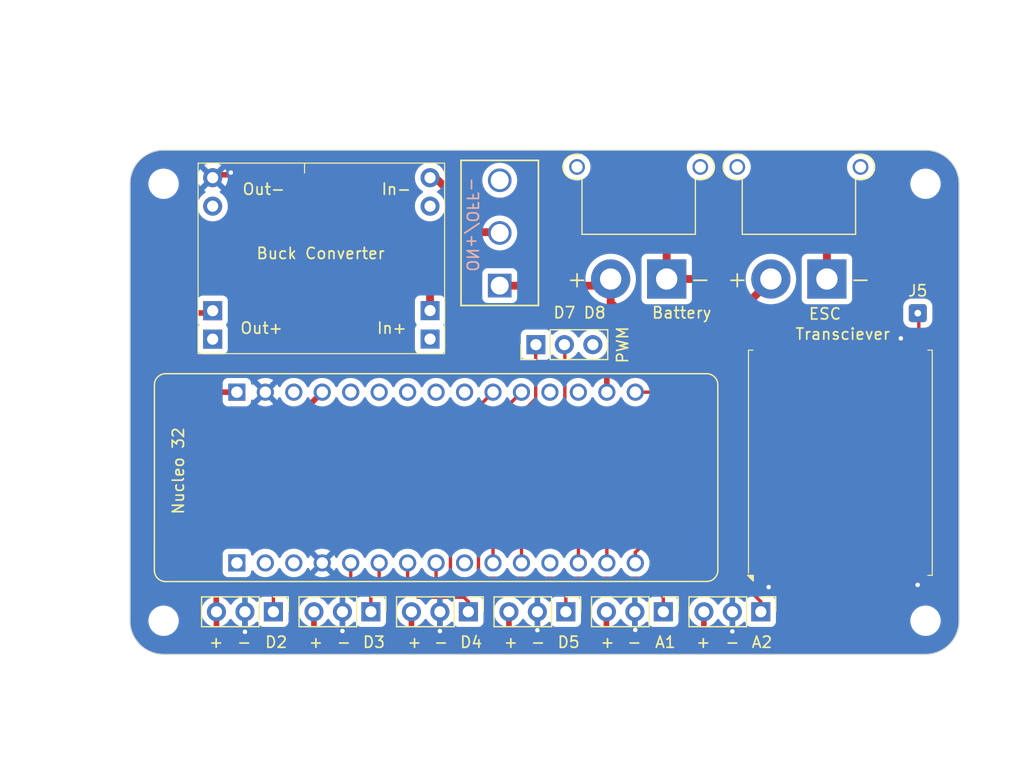
<source format=kicad_pcb>
(kicad_pcb (version 20240108) (generator "pcbnew") (generator_version "8.0")
  (layers (0 "F.Cu" jumper) (31 "B.Cu" power) (34 "B.Paste" user) (35 "F.Paste" user) (36 "B.SilkS" user "B.Silkscreen") (37 "F.SilkS" user "F.Silkscreen") (38 "B.Mask" user) (39 "F.Mask" user) (44 "Edge.Cuts" user))
  (net 0 "")
  (net 1 "/L_SENSOR")
  (net 2 "/LM_SENSOR")
  (net 3 "/RM_SENSOR")
  (net 4 "/R_SENSOR")
  (net 5 "/SPI_CS ")
  (net 6 "/SP1_MOSI")
  (net 7 "/SP1_MISO")
  (net 8 "+7V")
  (net 9 "+5V")
  (net 10 "/RIGHT_LINE")
  (net 11 "/LEFT_LINE")
  (net 12 "+3.3V")
  (net 13 "/SPI1_SCK")
  (net 24 "/STEERING")
  (net 25 "/THROTTLE")
  (net 36 "GNDS")
  (net 37 "-BATT")
  (net 38 "+BATT")
  (net 44 "Net-(J10-Pin_2)")
  (net 45 "/Antenna")
  (footprint "MountingHole:MountingHole_2.2mm_M2" (layer "F.Cu") (at 175 107)
    (property "Reference" "H4" (hide yes))
    (property "Value" "MountingHole")
    (pad "" np_thru_hole circle (at 0 0) (size 2.2 2.2) (drill 2.2) (layers "*.Cu" "*.Mask"))
  )
  (footprint "Connector_PinHeader_2.54mm:PinHeader_1x03_P2.54mm_Vertical" (layer "F.Cu") (at 160.3 106.2 -90)
    (property "Reference" "J8" (hide yes))
    (property "Value" "Pin headers")
    (fp_line (start -1.33 6.41) (end 1.33 6.41) (stroke (width 0.12)) (layer "F.SilkS"))
    (fp_line (start -1.33 1.27) (end -1.33 6.41) (stroke (width 0.12)) (layer "F.SilkS"))
    (fp_line (start -1.33 1.27) (end 1.33 1.27) (stroke (width 0.12)) (layer "F.SilkS"))
    (fp_line (start 1.33 1.27) (end 1.33 6.41) (stroke (width 0.12)) (layer "F.SilkS"))
    (fp_line (start -1.33 0) (end -1.33 -1.33) (stroke (width 0.12)) (layer "F.SilkS"))
    (fp_line (start -1.33 -1.33) (end 0 -1.33) (stroke (width 0.12)) (layer "F.SilkS"))
    (pad "1" thru_hole rect (at 0 0 270) (size 1.7 1.7) (drill 1) (layers "*.Cu" "*.Mask") (net 11 "/LEFT_LINE"))
    (pad "2" thru_hole oval (at 0 2.54 270) (size 1.7 1.7) (drill 1) (layers "*.Cu" "*.Mask") (net 36 "GNDS"))
    (pad "3" thru_hole oval (at 0 5.08 270) (size 1.7 1.7) (drill 1) (layers "*.Cu" "*.Mask") (net 9 "+5V"))
  )
  (footprint "Connector_PinHeader_2.54mm:PinHeader_1x03_P2.54mm_Vertical" (layer "F.Cu") (at 151.6 106.2 -90)
    (property "Reference" "J4" (hide yes))
    (property "Value" "Pin headers")
    (fp_line (start -1.33 6.41) (end 1.33 6.41) (stroke (width 0.12)) (layer "F.SilkS"))
    (fp_line (start -1.33 1.27) (end -1.33 6.41) (stroke (width 0.12)) (layer "F.SilkS"))
    (fp_line (start -1.33 1.27) (end 1.33 1.27) (stroke (width 0.12)) (layer "F.SilkS"))
    (fp_line (start 1.33 1.27) (end 1.33 6.41) (stroke (width 0.12)) (layer "F.SilkS"))
    (fp_line (start -1.33 0) (end -1.33 -1.33) (stroke (width 0.12)) (layer "F.SilkS"))
    (fp_line (start -1.33 -1.33) (end 0 -1.33) (stroke (width 0.12)) (layer "F.SilkS"))
    (pad "1" thru_hole rect (at 0 0 270) (size 1.7 1.7) (drill 1) (layers "*.Cu" "*.Mask") (net 10 "/RIGHT_LINE"))
    (pad "2" thru_hole oval (at 0 2.54 270) (size 1.7 1.7) (drill 1) (layers "*.Cu" "*.Mask") (net 36 "GNDS"))
    (pad "3" thru_hole oval (at 0 5.08 270) (size 1.7 1.7) (drill 1) (layers "*.Cu" "*.Mask") (net 9 "+5V"))
  )
  (footprint "Connector_PinHeader_2.54mm:PinHeader_1x03_P2.54mm_Vertical" (layer "F.Cu") (at 140.23 82.36 90)
    (property "Reference" "J6" (hide yes))
    (property "Value" "Pin headers")
    (fp_line (start -1.33 -1.33) (end 0 -1.33) (stroke (width 0.12)) (layer "F.SilkS"))
    (fp_line (start -1.33 0) (end -1.33 -1.33) (stroke (width 0.12)) (layer "F.SilkS"))
    (fp_line (start 1.33 1.27) (end 1.33 6.41) (stroke (width 0.12)) (layer "F.SilkS"))
    (fp_line (start -1.33 1.27) (end 1.33 1.27) (stroke (width 0.12)) (layer "F.SilkS"))
    (fp_line (start -1.33 1.27) (end -1.33 6.41) (stroke (width 0.12)) (layer "F.SilkS"))
    (fp_line (start -1.33 6.41) (end 1.33 6.41) (stroke (width 0.12)) (layer "F.SilkS"))
    (pad "1" thru_hole rect (at 0 0 90) (size 1.7 1.7) (drill 1) (layers "*.Cu" "*.Mask") (net 25 "/THROTTLE"))
    (pad "2" thru_hole oval (at 0 2.54 90) (size 1.7 1.7) (drill 1) (layers "*.Cu" "*.Mask") (net 24 "/STEERING"))
    (pad "3" thru_hole oval (at 0 5.08 90) (size 1.7 1.7) (drill 1) (layers "*.Cu" "*.Mask"))
  )
  (footprint "MountingHole:MountingHole_2.2mm_M2" (layer "F.Cu") (at 107 107)
    (property "Reference" "H3" (hide yes))
    (property "Value" "MountingHole")
    (pad "" np_thru_hole circle (at 0 0) (size 2.2 2.2) (drill 2.2) (layers "*.Cu" "*.Mask"))
  )
  (footprint "Connector_AMASS:AMASS_XT30PW-M_1x02_P2.50mm_Horizontal" (layer "F.Cu") (at 151.9 76.5)
    (property "Reference" "J10" (hide yes))
    (property "Value" "XT30 Connector ")
    (fp_line (start -8.15 -11.11) (end -7.56 -11.11) (stroke (width 0.12)) (layer "F.SilkS"))
    (fp_line (start -8.15 -8.89) (end -7.56 -8.89) (stroke (width 0.12)) (layer "F.SilkS"))
    (fp_line (start -7.56 -8.89) (end -7.56 -3.99) (stroke (width 0.12)) (layer "F.SilkS"))
    (fp_line (start -7.56 -3.99) (end 2.56 -3.99) (stroke (width 0.12)) (layer "F.SilkS"))
    (fp_line (start 2.56 -11.11) (end 3.15 -11.11) (stroke (width 0.12)) (layer "F.SilkS"))
    (fp_line (start 2.56 -8.89) (end 2.56 -3.99) (stroke (width 0.12)) (layer "F.SilkS"))
    (fp_line (start 2.56 -8.89) (end 3.15 -8.89) (stroke (width 0.12)) (layer "F.SilkS"))
    (fp_arc (start -8.15 -8.89) (mid -9.26 -10) (end -8.15 -11.11) (stroke (width 0.12)) (layer "F.SilkS"))
    (fp_arc (start 3.15 -11.11) (mid 4.26 -10) (end 3.15 -8.89) (stroke (width 0.12)) (layer "F.SilkS"))
    (fp_text user "+" (at -8 0 0) (layer "F.SilkS") (effects (font (size 1.5 1.5))))
    (fp_text user "-" (at 3 0 0) (layer "F.SilkS") (effects (font (size 1.5 1.5))))
    (pad "" thru_hole circle (at -8 -10) (size 1.4 1.4) (drill 1) (layers "*.Cu" "*.Mask"))
    (pad "" thru_hole circle (at 3 -10) (size 1.4 1.4) (drill 1) (layers "*.Cu" "*.Mask"))
    (pad "1" thru_hole rect (at 0 0) (size 3.5 3.5) (drill 1.9) (layers "*.Cu" "*.Mask") (net 37 "-BATT"))
    (pad "2" thru_hole circle (at -5 0) (size 3.5 3.5) (drill 1.9) (layers "*.Cu" "*.Mask") (net 44 "Net-(J10-Pin_2)"))
  )
  (footprint "Connector_AMASS:AMASS_XT30PW-M_1x02_P2.50mm_Horizontal" (layer "F.Cu") (at 166.2 76.5)
    (property "Reference" "J9" (hide yes))
    (property "Value" "XT30 Connector ")
    (fp_line (start -8.15 -11.11) (end -7.56 -11.11) (stroke (width 0.12)) (layer "F.SilkS"))
    (fp_line (start -8.15 -8.89) (end -7.56 -8.89) (stroke (width 0.12)) (layer "F.SilkS"))
    (fp_line (start -7.56 -8.89) (end -7.56 -3.99) (stroke (width 0.12)) (layer "F.SilkS"))
    (fp_line (start -7.56 -3.99) (end 2.56 -3.99) (stroke (width 0.12)) (layer "F.SilkS"))
    (fp_line (start 2.56 -11.11) (end 3.15 -11.11) (stroke (width 0.12)) (layer "F.SilkS"))
    (fp_line (start 2.56 -8.89) (end 2.56 -3.99) (stroke (width 0.12)) (layer "F.SilkS"))
    (fp_line (start 2.56 -8.89) (end 3.15 -8.89) (stroke (width 0.12)) (layer "F.SilkS"))
    (fp_arc (start -8.15 -8.89) (mid -9.26 -10) (end -8.15 -11.11) (stroke (width 0.12)) (layer "F.SilkS"))
    (fp_arc (start 3.15 -11.11) (mid 4.26 -10) (end 3.15 -8.89) (stroke (width 0.12)) (layer "F.SilkS"))
    (fp_text user "-" (at 3 0 0) (layer "F.SilkS") (effects (font (size 1.5 1.5))))
    (fp_text user "+" (at -8 0 0) (layer "F.SilkS") (effects (font (size 1.5 1.5))))
    (pad "" thru_hole circle (at -8 -10) (size 1.4 1.4) (drill 1) (layers "*.Cu" "*.Mask"))
    (pad "" thru_hole circle (at 3 -10) (size 1.4 1.4) (drill 1) (layers "*.Cu" "*.Mask"))
    (pad "1" thru_hole rect (at 0 0) (size 3.5 3.5) (drill 1.9) (layers "*.Cu" "*.Mask") (net 37 "-BATT"))
    (pad "2" thru_hole circle (at -5 0) (size 3.5 3.5) (drill 1.9) (layers "*.Cu" "*.Mask") (net 44 "Net-(J10-Pin_2)"))
  )
  (footprint "Connector_Wire:SolderWire-0.1sqmm_1x01_D0.4mm_OD1mm" (layer "F.Cu") (at 174.31 79.55)
    (property "Reference" "J5" (at 0 -2 0) (layer "F.SilkS"))
    (property "Value" "Antenna")
    (pad "1" thru_hole roundrect (at 0 0) (size 1.6 1.6) (drill 0.6) (layers "*.Cu" "*.Mask") (roundrect_rratio 0.15625) (net 45 "/Antenna"))
  )
  (footprint "RF_Module:HOPERF_RFM69HW" (layer "F.Cu") (at 167.4 92.9 90)
    (property "Reference" "U2" (hide yes))
    (property "Value" "RFM69HCW")
    (fp_line (start 10.05 -8.2) (end 10.05 -7.8) (stroke (width 0.1)) (layer "F.SilkS"))
    (fp_line (start -9.85 -8.2) (end 10.05 -8.2) (stroke (width 0.1)) (layer "F.SilkS"))
    (fp_line (start 10.05 7.8) (end 10.05 8.2) (stroke (width 0.1)) (layer "F.SilkS"))
    (fp_line (start -10.05 7.8) (end -10.05 8.2) (stroke (width 0.1)) (layer "F.SilkS"))
    (fp_line (start -10.05 8.2) (end 10.05 8.2) (stroke (width 0.1)) (layer "F.SilkS"))
    (fp_poly (pts (xy -10.05 -7.775) (xy -10.55 -7.775) (xy -10.05 -8.275) (xy -10.05 -7.775)) (stroke (width 0.12)) (fill solid) (layer "F.SilkS"))
    (pad "1" smd rect (at -9.1 -7 90) (size 2.5 1) (layers "F.Cu" "F.Paste" "F.Mask") (net 36 "GNDS"))
    (pad "2" smd rect (at -9.1 -5 90) (size 2.5 1) (layers "F.Cu" "F.Paste" "F.Mask") (net 7 "/SP1_MISO"))
    (pad "3" smd rect (at -9.1 -3 90) (size 2.5 1) (layers "F.Cu" "F.Paste" "F.Mask") (net 6 "/SP1_MOSI"))
    (pad "4" smd rect (at -9.1 -1 90) (size 2.5 1) (layers "F.Cu" "F.Paste" "F.Mask") (net 13 "/SPI1_SCK"))
    (pad "5" smd rect (at -9.1 1 90) (size 2.5 1) (layers "F.Cu" "F.Paste" "F.Mask") (net 5 "/SPI_CS "))
    (pad "6" smd rect (at -9.1 3 90) (size 2.5 1) (layers "F.Cu" "F.Paste" "F.Mask"))
    (pad "7" smd rect (at -9.1 5 90) (size 2.5 1) (layers "F.Cu" "F.Paste" "F.Mask"))
    (pad "8" smd rect (at -9.1 7 90) (size 2.5 1) (layers "F.Cu" "F.Paste" "F.Mask") (net 36 "GNDS"))
    (pad "9" smd rect (at 9.1 7 90) (size 2.5 1) (layers "F.Cu" "F.Paste" "F.Mask") (net 45 "/Antenna"))
    (pad "10" smd rect (at 9.1 5 90) (size 2.5 1) (layers "F.Cu" "F.Paste" "F.Mask") (net 36 "GNDS"))
    (pad "11" smd rect (at 9.1 3 90) (size 2.5 1) (layers "F.Cu" "F.Paste" "F.Mask"))
    (pad "12" smd rect (at 9.1 1 90) (size 2.5 1) (layers "F.Cu" "F.Paste" "F.Mask"))
    (pad "13" smd rect (at 9.1 -1 90) (size 2.5 1) (layers "F.Cu" "F.Paste" "F.Mask") (net 12 "+3.3V"))
    (pad "14" smd rect (at 9.1 -3 90) (size 2.5 1) (layers "F.Cu" "F.Paste" "F.Mask"))
    (pad "15" smd rect (at 9.1 -5 90) (size 2.5 1) (layers "F.Cu" "F.Paste" "F.Mask"))
    (pad "16" smd rect (at 9.1 -7 90) (size 2.5 1) (layers "F.Cu" "F.Paste" "F.Mask"))
  )
  (footprint "NUCLEO-F031K6:nucleo32" (layer "F.Cu") (at 131.32 94.22 90)
    (property "Reference" "A1" (hide yes))
    (property "Value" "nucleo32")
    (fp_line (start -8.28294 -25.14346) (end 8.26846 -25.14016) (stroke (width 0.127)) (layer "F.SilkS"))
    (fp_line (start 9.26846 -24.14016) (end 9.26846 24.14524) (stroke (width 0.127)) (layer "F.SilkS"))
    (fp_line (start -9.27354 24.14854) (end -9.28294 -24.14346) (stroke (width 0.127)) (layer "F.SilkS"))
    (fp_line (start 8.26846 25.14524) (end -8.27354 25.14854) (stroke (width 0.127)) (layer "F.SilkS"))
    (fp_arc (start 8.26846 -25.14016) (mid 8.975567 -24.847267) (end 9.26846 -24.14016) (stroke (width 0.127)) (layer "F.SilkS"))
    (fp_arc (start -9.28294 -24.14346) (mid -8.990047 -24.850567) (end -8.28294 -25.14346) (stroke (width 0.127)) (layer "F.SilkS"))
    (fp_arc (start 9.26846 24.14524) (mid 8.975567 24.852347) (end 8.26846 25.14524) (stroke (width 0.127)) (layer "F.SilkS"))
    (fp_arc (start -8.27354 25.14854) (mid -8.980647 24.855647) (end -9.27354 24.14854) (stroke (width 0.127)) (layer "F.SilkS"))
    (pad "3.1" thru_hole rect (at -7.62 -17.78 90) (size 1.53 1.53) (drill 1.02) (layers "*.Cu" "*.Mask"))
    (pad "3.2" thru_hole circle (at -7.62 -15.24 90) (size 1.53 1.53) (drill 1.02) (layers "*.Cu" "*.Mask"))
    (pad "3.3" thru_hole circle (at -7.62 -12.7 90) (size 1.53 1.53) (drill 1.02) (layers "*.Cu" "*.Mask"))
    (pad "3.4" thru_hole circle (at -7.62 -10.16 90) (size 1.53 1.53) (drill 1.02) (layers "*.Cu" "*.Mask") (net 36 "GNDS"))
    (pad "3.5" thru_hole circle (at -7.62 -7.62 90) (size 1.53 1.53) (drill 1.02) (layers "*.Cu" "*.Mask") (net 4 "/R_SENSOR"))
    (pad "3.6" thru_hole circle (at -7.62 -5.08 90) (size 1.53 1.53) (drill 1.02) (layers "*.Cu" "*.Mask") (net 3 "/RM_SENSOR"))
    (pad "3.7" thru_hole circle (at -7.62 -2.54 90) (size 1.53 1.53) (drill 1.02) (layers "*.Cu" "*.Mask") (net 2 "/LM_SENSOR"))
    (pad "3.8" thru_hole circle (at -7.62 0 90) (size 1.53 1.53) (drill 1.02) (layers "*.Cu" "*.Mask") (net 1 "/L_SENSOR"))
    (pad "3.9" thru_hole circle (at -7.62 2.54 90) (size 1.53 1.53) (drill 1.02) (layers "*.Cu" "*.Mask"))
    (pad "3.10" thru_hole circle (at -7.62 5.08 90) (size 1.53 1.53) (drill 1.02) (layers "*.Cu" "*.Mask") (net 25 "/THROTTLE"))
    (pad "3.11" thru_hole circle (at -7.62 7.62 90) (size 1.53 1.53) (drill 1.02) (layers "*.Cu" "*.Mask") (net 24 "/STEERING"))
    (pad "3.12" thru_hole circle (at -7.62 10.16 90) (size 1.53 1.53) (drill 1.02) (layers "*.Cu" "*.Mask"))
    (pad "3.13" thru_hole circle (at -7.62 12.7 90) (size 1.53 1.53) (drill 1.02) (layers "*.Cu" "*.Mask") (net 5 "/SPI_CS "))
    (pad "3.14" thru_hole circle (at -7.62 15.24 90) (size 1.53 1.53) (drill 1.02) (layers "*.Cu" "*.Mask") (net 6 "/SP1_MOSI"))
    (pad "3.15" thru_hole circle (at -7.62 17.78 90) (size 1.53 1.53) (drill 1.02) (layers "*.Cu" "*.Mask") (net 7 "/SP1_MISO"))
    (pad "4.1" thru_hole rect (at 7.62 -17.78 90) (size 1.53 1.53) (drill 1.02) (layers "*.Cu" "*.Mask") (net 8 "+7V"))
    (pad "4.2" thru_hole circle (at 7.62 -15.24 90) (size 1.53 1.53) (drill 1.02) (layers "*.Cu" "*.Mask") (net 36 "GNDS"))
    (pad "4.3" thru_hole circle (at 7.62 -12.7 90) (size 1.53 1.53) (drill 1.02) (layers "*.Cu" "*.Mask"))
    (pad "4.4" thru_hole circle (at 7.62 -10.16 90) (size 1.53 1.53) (drill 1.02) (layers "*.Cu" "*.Mask") (net 9 "+5V"))
    (pad "4.5" thru_hole circle (at 7.62 -7.62 90) (size 1.53 1.53) (drill 1.02) (layers "*.Cu" "*.Mask"))
    (pad "4.6" thru_hole circle (at 7.62 -5.08 90) (size 1.53 1.53) (drill 1.02) (layers "*.Cu" "*.Mask"))
    (pad "4.7" thru_hole circle (at 7.62 -2.54 90) (size 1.53 1.53) (drill 1.02) (layers "*.Cu" "*.Mask"))
    (pad "4.8" thru_hole circle (at 7.62 0 90) (size 1.53 1.53) (drill 1.02) (layers "*.Cu" "*.Mask"))
    (pad "4.9" thru_hole circle (at 7.62 2.54 90) (size 1.53 1.53) (drill 1.02) (layers "*.Cu" "*.Mask"))
    (pad "4.10" thru_hole circle (at 7.62 5.08 90) (size 1.53 1.53) (drill 1.02) (layers "*.Cu" "*.Mask") (net 10 "/RIGHT_LINE"))
    (pad "4.11" thru_hole circle (at 7.62 7.62 90) (size 1.53 1.53) (drill 1.02) (layers "*.Cu" "*.Mask") (net 11 "/LEFT_LINE"))
    (pad "4.12" thru_hole circle (at 7.62 10.16 90) (size 1.53 1.53) (drill 1.02) (layers "*.Cu" "*.Mask"))
    (pad "4.13" thru_hole circle (at 7.62 12.7 90) (size 1.53 1.53) (drill 1.02) (layers "*.Cu" "*.Mask"))
    (pad "4.14" thru_hole circle (at 7.62 15.24 90) (size 1.53 1.53) (drill 1.02) (layers "*.Cu" "*.Mask") (net 12 "+3.3V"))
    (pad "4.15" thru_hole circle (at 7.62 17.78 90) (size 1.53 1.53) (drill 1.02) (layers "*.Cu" "*.Mask") (net 13 "/SPI1_SCK"))
  )
  (footprint "MountingHole:MountingHole_2.2mm_M2" (layer "F.Cu") (at 175 68)
    (property "Reference" "H2" (hide yes))
    (property "Value" "MountingHole")
    (pad "" np_thru_hole circle (at 0 0) (size 2.2 2.2) (drill 2.2) (layers "*.Cu" "*.Mask"))
  )
  (footprint "Connector_PinHeader_2.54mm:PinHeader_1x03_P2.54mm_Vertical" (layer "F.Cu") (at 116.8 106.2 -90)
    (property "Reference" "J7" (hide yes))
    (property "Value" "Pin headers")
    (fp_line (start -1.33 6.41) (end 1.33 6.41) (stroke (width 0.12)) (layer "F.SilkS"))
    (fp_line (start -1.33 1.27) (end -1.33 6.41) (stroke (width 0.12)) (layer "F.SilkS"))
    (fp_line (start -1.33 1.27) (end 1.33 1.27) (stroke (width 0.12)) (layer "F.SilkS"))
    (fp_line (start 1.33 1.27) (end 1.33 6.41) (stroke (width 0.12)) (layer "F.SilkS"))
    (fp_line (start -1.33 0) (end -1.33 -1.33) (stroke (width 0.12)) (layer "F.SilkS"))
    (fp_line (start -1.33 -1.33) (end 0 -1.33) (stroke (width 0.12)) (layer "F.SilkS"))
    (pad "1" thru_hole rect (at 0 0 270) (size 1.7 1.7) (drill 1) (layers "*.Cu" "*.Mask") (net 4 "/R_SENSOR"))
    (pad "2" thru_hole oval (at 0 2.54 270) (size 1.7 1.7) (drill 1) (layers "*.Cu" "*.Mask") (net 36 "GNDS"))
    (pad "3" thru_hole oval (at 0 5.08 270) (size 1.7 1.7) (drill 1) (layers "*.Cu" "*.Mask") (net 9 "+5V"))
  )
  (footprint "Connector_PinHeader_2.54mm:PinHeader_1x03_P2.54mm_Vertical" (layer "F.Cu") (at 134.2 106.2 -90)
    (property "Reference" "J3" (hide yes))
    (property "Value" "Pin headers")
    (fp_line (start -1.33 6.41) (end 1.33 6.41) (stroke (width 0.12)) (layer "F.SilkS"))
    (fp_line (start -1.33 1.27) (end -1.33 6.41) (stroke (width 0.12)) (layer "F.SilkS"))
    (fp_line (start -1.33 1.27) (end 1.33 1.27) (stroke (width 0.12)) (layer "F.SilkS"))
    (fp_line (start 1.33 1.27) (end 1.33 6.41) (stroke (width 0.12)) (layer "F.SilkS"))
    (fp_line (start -1.33 0) (end -1.33 -1.33) (stroke (width 0.12)) (layer "F.SilkS"))
    (fp_line (start -1.33 -1.33) (end 0 -1.33) (stroke (width 0.12)) (layer "F.SilkS"))
    (pad "1" thru_hole rect (at 0 0 270) (size 1.7 1.7) (drill 1) (layers "*.Cu" "*.Mask") (net 2 "/LM_SENSOR"))
    (pad "2" thru_hole oval (at 0 2.54 270) (size 1.7 1.7) (drill 1) (layers "*.Cu" "*.Mask") (net 36 "GNDS"))
    (pad "3" thru_hole oval (at 0 5.08 270) (size 1.7 1.7) (drill 1) (layers "*.Cu" "*.Mask") (net 9 "+5V"))
  )
  (footprint "MountingHole:MountingHole_2.2mm_M2" (layer "F.Cu") (at 107 68)
    (property "Reference" "H1" (hide yes))
    (property "Value" "MountingHole")
    (pad "" np_thru_hole circle (at 0 0) (size 2.2 2.2) (drill 2.2) (layers "*.Cu" "*.Mask"))
  )
  (footprint "GH36P010001:GH36P010001_APM" (layer "F.Cu") (at 137 77.090001 180)
    (property "Reference" "SW2" (hide yes))
    (property "Value" "SW_SPST")
    (fp_line (start 3.4544 11.177001) (end 3.4544 -1.776999) (stroke (width 0.1524)) (layer "F.SilkS"))
    (fp_line (start 3.4544 -1.776999) (end -3.4544 -1.776999) (stroke (width 0.1524)) (layer "F.SilkS"))
    (fp_line (start -3.4544 11.177001) (end 3.4544 11.177001) (stroke (width 0.1524)) (layer "F.SilkS"))
    (fp_line (start -3.4544 -1.776999) (end -3.4544 11.177001) (stroke (width 0.1524)) (layer "F.SilkS"))
    (pad "1" thru_hole rect (at 0 0 180) (size 2.1082 2.1082) (drill 1.6002) (layers "*.Cu" "*.Mask") (net 44 "Net-(J10-Pin_2)"))
    (pad "2" thru_hole circle (at 0 4.700001 180) (size 2.1082 2.1082) (drill 1.6002) (layers "*.Cu" "*.Mask") (net 38 "+BATT"))
    (pad "3" thru_hole circle (at 0 9.400001 180) (size 2.1082 2.1082) (drill 1.6002) (layers "*.Cu" "*.Mask"))
  )
  (footprint "Buck Converter:Buck Converter" (layer "F.Cu") (at 120.56 70.47)
    (property "Reference" "U1" (hide yes))
    (property "Value" "Buck Converter")
    (fp_rect (start -10.48 -4.31) (end 11.52 12.69) (stroke (width 0.1)) (fill none) (layer "F.SilkS"))
    (fp_rect (start -0.98 -4.31) (end -0.98 -3.435) (stroke (width 0.1)) (fill none) (layer "F.SilkS"))
    (fp_text user "In+" (at 5.4 11 0) (layer "F.SilkS") (effects (justify left bottom)))
    (fp_text user "Out+" (at -6.8 11 0) (layer "F.SilkS") (effects (justify left bottom)))
    (fp_text user "In-" (at 5.8 -1.4 0) (layer "F.SilkS") (effects (justify left bottom)))
    (fp_text user "Out-" (at -6.6 -1.4 0) (layer "F.SilkS") (effects (justify left bottom)))
    (pad "1" thru_hole circle (at -9.18 -0.47) (size 1.7 1.7) (drill 1) (layers "*.Cu" "*.Mask" "B.Paste"))
    (pad "2" thru_hole circle (at -9.18 -3.01) (size 1.7 1.7) (drill 1) (layers "*.Cu" "*.Mask" "B.Paste") (net 36 "GNDS"))
    (pad "3" thru_hole rect (at -9.18 11.4) (size 1.7 1.7) (drill 1) (layers "*.Cu" "*.Mask"))
    (pad "4" thru_hole rect (at -9.18 8.86) (size 1.7 1.7) (drill 1) (layers "*.Cu" "*.Mask") (net 8 "+7V"))
    (pad "5" thru_hole circle (at 10.22 -0.47) (size 1.7 1.7) (drill 1) (layers "*.Cu" "*.Mask" "B.Paste"))
    (pad "6" thru_hole circle (at 10.22 -3.01) (size 1.7 1.7) (drill 1) (layers "*.Cu" "*.Mask" "B.Paste") (net 37 "-BATT"))
    (pad "7" thru_hole rect (at 10.22 11.39) (size 1.7 1.7) (drill 1) (layers "*.Cu" "*.Mask"))
    (pad "8" thru_hole rect (at 10.22 8.85) (size 1.7 1.7) (drill 1) (layers "*.Cu" "*.Mask") (net 38 "+BATT"))
  )
  (footprint "Connector_PinHeader_2.54mm:PinHeader_1x03_P2.54mm_Vertical" (layer "F.Cu") (at 125.5 106.2 -90)
    (property "Reference" "J1" (hide yes))
    (property "Value" "Pin headers")
    (fp_line (start -1.33 6.41) (end 1.33 6.41) (stroke (width 0.12)) (layer "F.SilkS"))
    (fp_line (start -1.33 1.27) (end -1.33 6.41) (stroke (width 0.12)) (layer "F.SilkS"))
    (fp_line (start -1.33 1.27) (end 1.33 1.27) (stroke (width 0.12)) (layer "F.SilkS"))
    (fp_line (start 1.33 1.27) (end 1.33 6.41) (stroke (width 0.12)) (layer "F.SilkS"))
    (fp_line (start -1.33 0) (end -1.33 -1.33) (stroke (width 0.12)) (layer "F.SilkS"))
    (fp_line (start -1.33 -1.33) (end 0 -1.33) (stroke (width 0.12)) (layer "F.SilkS"))
    (pad "1" thru_hole rect (at 0 0 270) (size 1.7 1.7) (drill 1) (layers "*.Cu" "*.Mask") (net 3 "/RM_SENSOR"))
    (pad "2" thru_hole oval (at 0 2.54 270) (size 1.7 1.7) (drill 1) (layers "*.Cu" "*.Mask") (net 36 "GNDS"))
    (pad "3" thru_hole oval (at 0 5.08 270) (size 1.7 1.7) (drill 1) (layers "*.Cu" "*.Mask") (net 9 "+5V"))
  )
  (footprint "Connector_PinHeader_2.54mm:PinHeader_1x03_P2.54mm_Vertical" (layer "F.Cu") (at 142.9 106.2 -90)
    (property "Reference" "J2" (hide yes))
    (property "Value" "Pin headers")
    (fp_line (start -1.33 6.41) (end 1.33 6.41) (stroke (width 0.12)) (layer "F.SilkS"))
    (fp_line (start -1.33 1.27) (end -1.33 6.41) (stroke (width 0.12)) (layer "F.SilkS"))
    (fp_line (start -1.33 1.27) (end 1.33 1.27) (stroke (width 0.12)) (layer "F.SilkS"))
    (fp_line (start 1.33 1.27) (end 1.33 6.41) (stroke (width 0.12)) (layer "F.SilkS"))
    (fp_line (start -1.33 0) (end -1.33 -1.33) (stroke (width 0.12)) (layer "F.SilkS"))
    (fp_line (start -1.33 -1.33) (end 0 -1.33) (stroke (width 0.12)) (layer "F.SilkS"))
    (pad "1" thru_hole rect (at 0 0 270) (size 1.7 1.7) (drill 1) (layers "*.Cu" "*.Mask") (net 1 "/L_SENSOR"))
    (pad "2" thru_hole oval (at 0 2.54 270) (size 1.7 1.7) (drill 1) (layers "*.Cu" "*.Mask") (net 36 "GNDS"))
    (pad "3" thru_hole oval (at 0 5.08 270) (size 1.7 1.7) (drill 1) (layers "*.Cu" "*.Mask") (net 9 "+5V"))
  )
  (gr_arc (start 107 110) (mid 104.87868 109.12132) (end 104 107) (stroke (width 0.1)) (layer "Edge.Cuts"))
  (gr_line (start 178 68) (end 178 107) (stroke (width 0.1)) (layer "Edge.Cuts"))
  (gr_arc (start 178 107) (mid 177.12132 109.12132) (end 175 110) (stroke (width 0.1)) (layer "Edge.Cuts"))
  (gr_arc (start 175 65) (mid 177.12132 65.87868) (end 178 68) (stroke (width 0.1)) (layer "Edge.Cuts"))
  (gr_arc (start 104 68) (mid 104.87868 65.87868) (end 107 65) (stroke (width 0.1)) (layer "Edge.Cuts"))
  (gr_line (start 175 110) (end 107 110) (stroke (width 0.1)) (layer "Edge.Cuts"))
  (gr_line (start 107 65) (end 175 65) (stroke (width 0.1)) (layer "Edge.Cuts"))
  (gr_line (start 104 107) (end 104 68) (stroke (width 0.1)) (layer "Edge.Cuts"))
  (gr_text "ON+/OFF-\n" (at 133.97 75.93 270) (layer "B.SilkS") (effects (font (size 1 1)) (justify left bottom mirror)))
  (gr_text "D3" (at 124.7 109.5 0) (layer "F.SilkS") (effects (font (size 1 1)) (justify left bottom)))
  (gr_text "-" (at 139.7 109.5 0) (layer "F.SilkS") (effects (font (size 1 1)) (justify left bottom)))
  (gr_text "+\n" (at 154.45 109.5 0) (layer "F.SilkS") (effects (font (size 1 1)) (justify left bottom)))
  (gr_text "A1" (at 150.775 109.5 0) (layer "F.SilkS") (effects (font (size 1 1)) (justify left bottom)))
  (gr_text "Battery\n" (at 150.5 80.1 0) (layer "F.SilkS") (effects (font (size 1 1)) (justify left bottom)))
  (gr_text "PWM\n" (at 148.55 84.12 90) (layer "F.SilkS") (effects (font (size 1 1)) (justify left bottom)))
  (gr_text "-" (at 131.05 109.5 0) (layer "F.SilkS") (effects (font (size 1 1)) (justify left bottom)))
  (gr_text "+\n" (at 110.975 109.5 0) (layer "F.SilkS") (effects (font (size 1 1)) (justify left bottom)))
  (gr_text "Buck Converter\n" (at 115.2 74.8 0) (layer "F.SilkS") (effects (font (size 1 1)) (justify left bottom)))
  (gr_text "D2" (at 115.975 109.5 0) (layer "F.SilkS") (effects (font (size 1 1)) (justify left bottom)))
  (gr_text "+\n" (at 137.275 109.5 0) (layer "F.SilkS") (effects (font (size 1 1)) (justify left bottom)))
  (gr_text "D7\n\n" (at 141.7 81.7 0) (layer "F.SilkS") (effects (font (size 1 1)) (justify left bottom)))
  (gr_text "-" (at 148.3 109.5 0) (layer "F.SilkS") (effects (font (size 1 1)) (justify left bottom)))
  (gr_text "-" (at 113.475 109.5 0) (layer "F.SilkS") (effects (font (size 1 1)) (justify left bottom)))
  (gr_text "+\n" (at 145.9 109.5 0) (layer "F.SilkS") (effects (font (size 1 1)) (justify left bottom)))
  (gr_text "-" (at 122.375 109.5 0) (layer "F.SilkS") (effects (font (size 1 1)) (justify left bottom)))
  (gr_text "A2\n" (at 159.4 109.5 0) (layer "F.SilkS") (effects (font (size 1 1)) (justify left bottom)))
  (gr_text "ESC" (at 164.5 80.2 0) (layer "F.SilkS") (effects (font (size 1 1)) (justify left bottom)))
  (gr_text "D8\n" (at 144.4 80.1 0) (layer "F.SilkS") (effects (font (size 1 1)) (justify left bottom)))
  (gr_text "Transciever\n" (at 163.3 82 0) (layer "F.SilkS") (effects (font (size 1 1)) (justify left bottom)))
  (gr_text "+\n" (at 128.675 109.5 0) (layer "F.SilkS") (effects (font (size 1 1)) (justify left bottom)))
  (gr_text "-" (at 157.05 109.5 0) (layer "F.SilkS") (effects (font (size 1 1)) (justify left bottom)))
  (gr_text "D4" (at 133.375 109.5 0) (layer "F.SilkS") (effects (font (size 1 1)) (justify left bottom)))
  (gr_text "+\n" (at 119.875 109.5 0) (layer "F.SilkS") (effects (font (size 1 1)) (justify left bottom)))
  (gr_text "Nucleo 32" (at 108.9 97.6 90) (layer "F.SilkS") (effects (font (size 1 1)) (justify left bottom)))
  (gr_text "D5" (at 142.075 109.5 0) (layer "F.SilkS") (effects (font (size 1 1)) (justify left bottom)))
  (segment (start 131.32 101.84) (end 131.32 103.32) (width 0.3) (layer "F.Cu") (net 1))
  (segment (start 132.25 104.25) (end 132.35 104.35) (width 0.3) (layer "F.Cu") (net 1))
  (segment (start 142.55 104.35) (end 142.9 104.7) (width 0.3) (layer "F.Cu") (net 1))
  (segment (start 132.35 104.35) (end 142.55 104.35) (width 0.3) (layer "F.Cu") (net 1))
  (segment (start 142.9 104.7) (end 142.9 106.2) (width 0.3) (layer "F.Cu") (net 1))
  (segment (start 131.32 103.32) (end 132.25 104.25) (width 0.3) (layer "F.Cu") (net 1))
  (segment (start 132.25 104.25) (end 132.3 104.3) (width 0.3) (layer "F.Cu") (net 1))
  (segment (start 128.78 101.84) (end 128.78 103.98) (width 0.3) (layer "F.Cu") (net 2))
  (segment (start 128.78 103.98) (end 129.7 104.9) (width 0.3) (layer "F.Cu") (net 2))
  (segment (start 133.8 104.9) (end 134.2 105.3) (width 0.3) (layer "F.Cu") (net 2))
  (segment (start 134.2 105.3) (end 134.2 106.2) (width 0.3) (layer "F.Cu") (net 2))
  (segment (start 129.7 104.9) (end 133.8 104.9) (width 0.3) (layer "F.Cu") (net 2))
  (segment (start 126.24 104.16) (end 125.5 104.9) (width 0.3) (layer "F.Cu") (net 3))
  (segment (start 126.24 101.84) (end 126.24 104.16) (width 0.3) (layer "F.Cu") (net 3))
  (segment (start 125.5 104.9) (end 125.5 106.2) (width 0.3) (layer "F.Cu") (net 3))
  (segment (start 117.3 104.1) (end 116.8 104.6) (width 0.3) (layer "F.Cu") (net 4))
  (segment (start 123.7 101.84) (end 123.7 103.6) (width 0.3) (layer "F.Cu") (net 4))
  (segment (start 116.8 104.6) (end 116.8 106.2) (width 0.3) (layer "F.Cu") (net 4))
  (segment (start 123.2 104.1) (end 117.3 104.1) (width 0.3) (layer "F.Cu") (net 4))
  (segment (start 123.7 103.6) (end 123.2 104.1) (width 0.3) (layer "F.Cu") (net 4))
  (segment (start 168.4 104.175) (end 167.775 104.8) (width 0.3) (layer "F.Cu") (net 5))
  (segment (start 162.95 98.1) (end 145.7 98.1) (width 0.3) (layer "F.Cu") (net 5))
  (segment (start 167.775 104.8) (end 166.2 104.8) (width 0.3) (layer "F.Cu") (net 5))
  (segment (start 165.4 100.55) (end 162.95 98.1) (width 0.3) (layer "F.Cu") (net 5))
  (segment (start 165.4 104) (end 165.4 100.55) (width 0.3) (layer "F.Cu") (net 5))
  (segment (start 144.02 99.78) (end 144.02 101.84) (width 0.3) (layer "F.Cu") (net 5))
  (segment (start 168.4 102) (end 168.4 104.175) (width 0.3) (layer "F.Cu") (net 5))
  (segment (start 145.7 98.1) (end 144.02 99.78) (width 0.3) (layer "F.Cu") (net 5))
  (segment (start 166.2 104.8) (end 165.4 104) (width 0.3) (layer "F.Cu") (net 5))
  (segment (start 162.55 99.4) (end 147.3 99.4) (width 0.3) (layer "F.Cu") (net 6))
  (segment (start 146.56 100.14) (end 146.56 101.84) (width 0.3) (layer "F.Cu") (net 6))
  (segment (start 147.3 99.4) (end 146.56 100.14) (width 0.3) (layer "F.Cu") (net 6))
  (segment (start 164.4 102) (end 164.4 101.25) (width 0.3) (layer "F.Cu") (net 6))
  (segment (start 164.4 101.25) (end 162.55 99.4) (width 0.3) (layer "F.Cu") (net 6))
  (segment (start 149.1 100.9) (end 149.1 101.84) (width 0.3) (layer "F.Cu") (net 7))
  (segment (start 162.4 101.25) (end 161.55 100.4) (width 0.3) (layer "F.Cu") (net 7))
  (segment (start 149.6 100.4) (end 149.1 100.9) (width 0.3) (layer "F.Cu") (net 7))
  (segment (start 162.4 102) (end 162.4 101.25) (width 0.3) (layer "F.Cu") (net 7))
  (segment (start 161.55 100.4) (end 149.6 100.4) (width 0.3) (layer "F.Cu") (net 7))
  (segment (start 108 80) (end 108.47 79.53) (width 0.5) (layer "F.Cu") (net 8))
  (segment (start 109.6 86.6) (end 108 85) (width 0.5) (layer "F.Cu") (net 8))
  (segment (start 113.54 86.6) (end 109.6 86.6) (width 0.5) (layer "F.Cu") (net 8))
  (segment (start 108.47 79.53) (end 111.18 79.53) (width 0.5) (layer "F.Cu") (net 8))
  (segment (start 108 85) (end 108 80) (width 0.5) (layer "F.Cu") (net 8))
  (segment (start 155.22 108.72) (end 155.22 106.2) (width 0.5) (layer "F.Cu") (net 9))
  (segment (start 146.52 108.38) (end 146.52 106.2) (width 0.5) (layer "F.Cu") (net 9))
  (segment (start 118.36 89.4) (end 112.5 89.4) (width 0.5) (layer "F.Cu") (net 9))
  (segment (start 146.5 108.8) (end 146.5 108.4) (width 0.5) (layer "F.Cu") (net 9))
  (segment (start 146.5 108.4) (end 146.52 108.38) (width 0.5) (layer "F.Cu") (net 9))
  (segment (start 111.72 108.42) (end 112.2 108.9) (width 0.5) (layer "F.Cu") (net 9))
  (segment (start 120.42 108.78) (end 120.54 108.9) (width 0.5) (layer "F.Cu") (net 9))
  (segment (start 120.42 106.2) (end 120.42 108.78) (width 0.5) (layer "F.Cu") (net 9))
  (segment (start 120.54 108.9) (end 129.12 108.9) (width 0.5) (layer "F.Cu") (net 9))
  (segment (start 129.12 108.9) (end 129.12 106.2) (width 0.5) (layer "F.Cu") (net 9))
  (segment (start 120.3 108.9) (end 120.42 108.78) (width 0.5) (layer "F.Cu") (net 9))
  (segment (start 146.5 108.8) (end 155.14 108.8) (width 0.5) (layer "F.Cu") (net 9))
  (segment (start 111.7 106.18) (end 111.72 106.2) (width 0.5) (layer "F.Cu") (net 9))
  (segment (start 129.12 108.9) (end 137.74 108.9) (width 0.5) (layer "F.Cu") (net 9))
  (segment (start 137.82 108.82) (end 146.48 108.82) (width 0.5) (layer "F.Cu") (net 9))
  (segment (start 112.5 89.4) (end 111.7 90.2) (width 0.5) (layer "F.Cu") (net 9))
  (segment (start 146.48 108.82) (end 146.5 108.8) (width 0.5) (layer "F.Cu") (net 9))
  (segment (start 137.74 108.9) (end 137.82 108.82) (width 0.5) (layer "F.Cu") (net 9))
  (segment (start 155.14 108.8) (end 155.22 108.72) (width 0.5) (layer "F.Cu") (net 9))
  (segment (start 137.82 108.82) (end 137.82 106.2) (width 0.5) (layer "F.Cu") (net 9))
  (segment (start 121.16 86.6) (end 118.36 89.4) (width 0.5) (layer "F.Cu") (net 9))
  (segment (start 111.7 90.2) (end 111.7 106.18) (width 0.5) (layer "F.Cu") (net 9))
  (segment (start 112.2 108.9) (end 120.3 108.9) (width 0.5) (layer "F.Cu") (net 9))
  (segment (start 111.72 106.2) (end 111.72 108.42) (width 0.5) (layer "F.Cu") (net 9))
  (segment (start 132.6 90.4) (end 132.6 103.3) (width 0.3) (layer "F.Cu") (net 10))
  (segment (start 136.4 86.6) (end 132.6 90.4) (width 0.3) (layer "F.Cu") (net 10))
  (segment (start 150.5 103.8) (end 151.6 104.9) (width 0.3) (layer "F.Cu") (net 10))
  (segment (start 132.6 103.3) (end 133.1 103.8) (width 0.3) (layer "F.Cu") (net 10))
  (segment (start 133.1 103.8) (end 150.5 103.8) (width 0.3) (layer "F.Cu") (net 10))
  (segment (start 151.6 104.9) (end 151.6 106.2) (width 0.3) (layer "F.Cu") (net 10))
  (segment (start 135.6 103.2) (end 158.2 103.2) (width 0.3) (layer "F.Cu") (net 11))
  (segment (start 135.1 90.44) (end 135.1 102.7) (width 0.3) (layer "F.Cu") (net 11))
  (segment (start 158.2 103.2) (end 160.3 105.3) (width 0.3) (layer "F.Cu") (net 11))
  (segment (start 160.3 105.3) (end 160.3 106.2) (width 0.3) (layer "F.Cu") (net 11))
  (segment (start 138.94 86.6) (end 135.1 90.44) (width 0.3) (layer "F.Cu") (net 11))
  (segment (start 135.1 102.7) (end 135.6 103.2) (width 0.3) (layer "F.Cu") (net 11))
  (segment (start 146.56 85.05) (end 148.21 83.4) (width 0.5) (layer "F.Cu") (net 12))
  (segment (start 148.21 83.4) (end 157.1 83.4) (width 0.5) (layer "F.Cu") (net 12))
  (segment (start 146.56 86.6) (end 146.56 86.34) (width 0.5) (layer "F.Cu") (net 12))
  (segment (start 146.56 86.6) (end 146.56 85.05) (width 0.5) (layer "F.Cu") (net 12))
  (segment (start 166.4 82) (end 166.4 83.8) (width 0.5) (layer "F.Cu") (net 12))
  (segment (start 157.1 83.4) (end 159 81.5) (width 0.5) (layer "F.Cu") (net 12))
  (segment (start 165.9 81.5) (end 166.4 82) (width 0.5) (layer "F.Cu") (net 12))
  (segment (start 159 81.5) (end 165.9 81.5) (width 0.5) (layer "F.Cu") (net 12))
  (segment (start 156.9 86.6) (end 166.4 96.1) (width 0.3) (layer "F.Cu") (net 13))
  (segment (start 166.4 96.1) (end 166.4 102) (width 0.3) (layer "F.Cu") (net 13))
  (segment (start 149.1 86.6) (end 156.9 86.6) (width 0.3) (layer "F.Cu") (net 13))
  (segment (start 138.94 91.46) (end 138.94 101.84) (width 0.3) (layer "F.Cu") (net 24))
  (segment (start 142.715 81.9) (end 142.81 81.995) (width 0.3) (layer "F.Cu") (net 24))
  (segment (start 142.81 87.59) (end 138.94 91.46) (width 0.3) (layer "F.Cu") (net 24))
  (segment (start 142.81 81.995) (end 142.81 87.59) (width 0.3) (layer "F.Cu") (net 24))
  (segment (start 136.4 91) (end 136.4 101.84) (width 0.3) (layer "F.Cu") (net 25))
  (segment (start 140.21 87.19) (end 136.4 91) (width 0.3) (layer "F.Cu") (net 25))
  (segment (start 140.21 82.05) (end 140.21 87.19) (width 0.3) (layer "F.Cu") (net 25))
  (segment (start 174.4 103.7) (end 174.3 103.8) (width 0.3) (layer "F.Cu") (net 36))
  (segment (start 172.4 82.2) (end 172.8 81.8) (width 0.5) (layer "F.Cu") (net 36))
  (segment (start 160.4 103.400004) (end 161 104.000004) (width 0.5) (layer "F.Cu") (net 36))
  (segment (start 122.96 106.2) (end 122.96 107.915) (width 0.5) (layer "F.Cu") (net 36))
  (segment (start 149.06 107.78) (end 149.1 107.82) (width 0.5) (layer "F.Cu") (net 36))
  (segment (start 172.4 83.8) (end 172.4 82.2) (width 0.5) (layer "F.Cu") (net 36))
  (segment (start 111.18 67.2) (end 112.8 67.2) (width 0.5) (layer "F.Cu") (net 36))
  (segment (start 149.06 106.2) (end 149.06 107.78) (width 0.5) (layer "F.Cu") (net 36))
  (segment (start 157.76 106.2) (end 157.76 107.949998) (width 0.5) (layer "F.Cu") (net 36))
  (segment (start 160.4 102) (end 160.4 103.400004) (width 0.5) (layer "F.Cu") (net 36))
  (segment (start 131.66 106.2) (end 131.66 107.92) (width 0.5) (layer "F.Cu") (net 36))
  (segment (start 113 67) (end 113.000007 66.999993) (width 0.5) (layer "F.Cu") (net 36))
  (segment (start 112.8 67.2) (end 113.000007 66.999993) (width 0.5) (layer "F.Cu") (net 36))
  (segment (start 174.4 102) (end 174.4 103.7) (width 0.3) (layer "F.Cu") (net 36))
  (segment (start 140.36 106.2) (end 140.36 107.84) (width 0.5) (layer "F.Cu") (net 36))
  (segment (start 114.26 106.2) (end 114.26 107.985) (width 0.5) (layer "F.Cu") (net 36))
  (via (at 157.76 107.949998) (size 0.8) (drill 0.4) (layers "F.Cu" "B.Cu") (net 36))
  (via (at 114.26 107.985) (size 0.8) (drill 0.4) (layers "F.Cu" "B.Cu") (net 36))
  (via (at 140.36 107.84) (size 0.8) (drill 0.4) (layers "F.Cu" "B.Cu") (net 36))
  (via (at 161 104.000004) (size 0.8) (drill 0.4) (layers "F.Cu" "B.Cu") (net 36))
  (via (at 172.8 81.8) (size 0.8) (drill 0.4) (layers "F.Cu" "B.Cu") (net 36))
  (via (at 174.3 103.8) (size 0.8) (drill 0.4) (layers "F.Cu" "B.Cu") (net 36))
  (via (at 122.96 107.915) (size 0.8) (drill 0.4) (layers "F.Cu" "B.Cu") (net 36))
  (via (at 131.66 107.92) (size 0.8) (drill 0.4) (layers "F.Cu" "B.Cu") (net 36))
  (via (at 113.000007 66.999993) (size 0.8) (drill 0.4) (layers "F.Cu" "B.Cu") (net 36))
  (via (at 149.1 107.82) (size 0.8) (drill 0.4) (layers "F.Cu" "B.Cu") (net 36))
  (segment (start 154.6 76.5) (end 159.1 72) (width 0.7) (layer "F.Cu") (net 37))
  (segment (start 148.61 69.61) (end 151.9 72.9) (width 0.7) (layer "F.Cu") (net 37))
  (segment (start 131 67.2) (end 133.41 69.61) (width 0.7) (layer "F.Cu") (net 37))
  (segment (start 151.9 76.5) (end 154.6 76.5) (width 0.7) (layer "F.Cu") (net 37))
  (segment (start 164.4 72) (end 166.2 73.8) (width 0.7) (layer "F.Cu") (net 37))
  (segment (start 166.2 73.8) (end 166.2 76.5) (width 0.7) (layer "F.Cu") (net 37))
  (segment (start 159.1 72) (end 164.4 72) (width 0.7) (layer "F.Cu") (net 37))
  (segment (start 133.41 69.61) (end 148.61 69.61) (width 0.7) (layer "F.Cu") (net 37))
  (segment (start 152 76.4) (end 151.9 76.5) (width 0.7) (layer "F.Cu") (net 37))
  (segment (start 151.9 72.9) (end 151.9 76.5) (width 0.7) (layer "F.Cu") (net 37))
  (segment (start 130.78 79.32) (end 130.78 75.42) (width 0.7) (layer "F.Cu") (net 38))
  (segment (start 137.18 72.35) (end 137.17 72.34) (width 0.7) (layer "F.Cu") (net 38))
  (segment (start 130.78 75.42) (end 133.88 72.32) (width 0.7) (layer "F.Cu") (net 38))
  (segment (start 137.179999 72.32) (end 137.26 72.239999) (width 0.7) (layer "F.Cu") (net 38))
  (segment (start 133.88 72.32) (end 137.179999 72.32) (width 0.7) (layer "F.Cu") (net 38))
  (segment (start 137 77.090001) (end 137.150001 76.94) (width 0.7) (layer "F.Cu") (net 44))
  (segment (start 137.01 77.100001) (end 137 77.090001) (width 0.7) (layer "F.Cu") (net 44))
  (segment (start 157.3 80.5) (end 161.2 76.6) (width 0.7) (layer "F.Cu") (net 44))
  (segment (start 146.9 76.5) (end 146.299999 77.100001) (width 0.7) (layer "F.Cu") (net 44))
  (segment (start 148.8 80.5) (end 157.3 80.5) (width 0.7) (layer "F.Cu") (net 44))
  (segment (start 146.299999 77.100001) (end 137.01 77.100001) (width 0.7) (layer "F.Cu") (net 44))
  (segment (start 146.9 76.5) (end 146.9 78.6) (width 0.7) (layer "F.Cu") (net 44))
  (segment (start 137.150001 76.94) (end 137.26 76.94) (width 0.7) (layer "F.Cu") (net 44))
  (segment (start 146.9 78.6) (end 148.8 80.5) (width 0.7) (layer "F.Cu") (net 44))
  (segment (start 161.2 76.6) (end 161.2 76.5) (width 0.7) (layer "F.Cu") (net 44))
  (segment (start 174.4 83.8) (end 174.4 79.64) (width 0.3) (layer "F.Cu") (net 45))
  (segment (start 174.4 79.64) (end 174.31 79.55) (width 0.3) (layer "F.Cu") (net 45))
  (zone (net 36) (net_name "GNDS") (layer "B.Cu") (connect_pads (clearance 0.5)) (min_thickness 0.25) (fill yes (thermal_gap 0.5) (thermal_bridge_width 0.5))
    (polygon (pts (xy 183.2 120) (xy 183.8 52) (xy 93.4 51.6) (xy 92.4 119.8)))
  )
)
</source>
